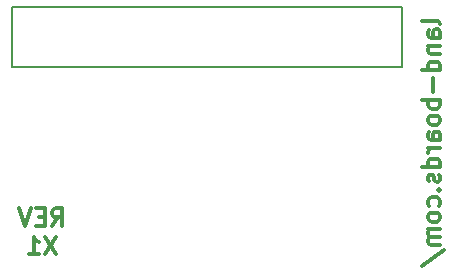
<source format=gbo>
G04 #@! TF.FileFunction,Legend,Bot*
%FSLAX46Y46*%
G04 Gerber Fmt 4.6, Leading zero omitted, Abs format (unit mm)*
G04 Created by KiCad (PCBNEW (after 2015-mar-04 BZR unknown)-product) date 6/20/2015 5:15:52 PM*
%MOMM*%
G01*
G04 APERTURE LIST*
%ADD10C,0.150000*%
%ADD11C,0.200000*%
%ADD12C,0.300000*%
G04 APERTURE END LIST*
D10*
D11*
X45720000Y-35560000D02*
X45720000Y-30480000D01*
X78740000Y-35560000D02*
X45720000Y-35560000D01*
X78740000Y-30480000D02*
X78740000Y-35560000D01*
X45720000Y-30480000D02*
X78740000Y-30480000D01*
D12*
X49117142Y-49008571D02*
X49617142Y-48294286D01*
X49974285Y-49008571D02*
X49974285Y-47508571D01*
X49402857Y-47508571D01*
X49259999Y-47580000D01*
X49188571Y-47651429D01*
X49117142Y-47794286D01*
X49117142Y-48008571D01*
X49188571Y-48151429D01*
X49259999Y-48222857D01*
X49402857Y-48294286D01*
X49974285Y-48294286D01*
X48474285Y-48222857D02*
X47974285Y-48222857D01*
X47759999Y-49008571D02*
X48474285Y-49008571D01*
X48474285Y-47508571D01*
X47759999Y-47508571D01*
X47331428Y-47508571D02*
X46831428Y-49008571D01*
X46331428Y-47508571D01*
X49474285Y-49908571D02*
X48474285Y-51408571D01*
X48474285Y-49908571D02*
X49474285Y-51408571D01*
X47117143Y-51408571D02*
X47974286Y-51408571D01*
X47545714Y-51408571D02*
X47545714Y-49908571D01*
X47688571Y-50122857D01*
X47831429Y-50265714D01*
X47974286Y-50337143D01*
X81958571Y-31874286D02*
X81887143Y-31731428D01*
X81744286Y-31660000D01*
X80458571Y-31660000D01*
X81958571Y-33088571D02*
X81172857Y-33088571D01*
X81030000Y-33017142D01*
X80958571Y-32874285D01*
X80958571Y-32588571D01*
X81030000Y-32445714D01*
X81887143Y-33088571D02*
X81958571Y-32945714D01*
X81958571Y-32588571D01*
X81887143Y-32445714D01*
X81744286Y-32374285D01*
X81601429Y-32374285D01*
X81458571Y-32445714D01*
X81387143Y-32588571D01*
X81387143Y-32945714D01*
X81315714Y-33088571D01*
X80958571Y-33802857D02*
X81958571Y-33802857D01*
X81101429Y-33802857D02*
X81030000Y-33874285D01*
X80958571Y-34017143D01*
X80958571Y-34231428D01*
X81030000Y-34374285D01*
X81172857Y-34445714D01*
X81958571Y-34445714D01*
X81958571Y-35802857D02*
X80458571Y-35802857D01*
X81887143Y-35802857D02*
X81958571Y-35660000D01*
X81958571Y-35374286D01*
X81887143Y-35231428D01*
X81815714Y-35160000D01*
X81672857Y-35088571D01*
X81244286Y-35088571D01*
X81101429Y-35160000D01*
X81030000Y-35231428D01*
X80958571Y-35374286D01*
X80958571Y-35660000D01*
X81030000Y-35802857D01*
X81387143Y-36517143D02*
X81387143Y-37660000D01*
X81958571Y-38374286D02*
X80458571Y-38374286D01*
X81030000Y-38374286D02*
X80958571Y-38517143D01*
X80958571Y-38802857D01*
X81030000Y-38945714D01*
X81101429Y-39017143D01*
X81244286Y-39088572D01*
X81672857Y-39088572D01*
X81815714Y-39017143D01*
X81887143Y-38945714D01*
X81958571Y-38802857D01*
X81958571Y-38517143D01*
X81887143Y-38374286D01*
X81958571Y-39945715D02*
X81887143Y-39802857D01*
X81815714Y-39731429D01*
X81672857Y-39660000D01*
X81244286Y-39660000D01*
X81101429Y-39731429D01*
X81030000Y-39802857D01*
X80958571Y-39945715D01*
X80958571Y-40160000D01*
X81030000Y-40302857D01*
X81101429Y-40374286D01*
X81244286Y-40445715D01*
X81672857Y-40445715D01*
X81815714Y-40374286D01*
X81887143Y-40302857D01*
X81958571Y-40160000D01*
X81958571Y-39945715D01*
X81958571Y-41731429D02*
X81172857Y-41731429D01*
X81030000Y-41660000D01*
X80958571Y-41517143D01*
X80958571Y-41231429D01*
X81030000Y-41088572D01*
X81887143Y-41731429D02*
X81958571Y-41588572D01*
X81958571Y-41231429D01*
X81887143Y-41088572D01*
X81744286Y-41017143D01*
X81601429Y-41017143D01*
X81458571Y-41088572D01*
X81387143Y-41231429D01*
X81387143Y-41588572D01*
X81315714Y-41731429D01*
X81958571Y-42445715D02*
X80958571Y-42445715D01*
X81244286Y-42445715D02*
X81101429Y-42517143D01*
X81030000Y-42588572D01*
X80958571Y-42731429D01*
X80958571Y-42874286D01*
X81958571Y-44017143D02*
X80458571Y-44017143D01*
X81887143Y-44017143D02*
X81958571Y-43874286D01*
X81958571Y-43588572D01*
X81887143Y-43445714D01*
X81815714Y-43374286D01*
X81672857Y-43302857D01*
X81244286Y-43302857D01*
X81101429Y-43374286D01*
X81030000Y-43445714D01*
X80958571Y-43588572D01*
X80958571Y-43874286D01*
X81030000Y-44017143D01*
X81887143Y-44660000D02*
X81958571Y-44802857D01*
X81958571Y-45088572D01*
X81887143Y-45231429D01*
X81744286Y-45302857D01*
X81672857Y-45302857D01*
X81530000Y-45231429D01*
X81458571Y-45088572D01*
X81458571Y-44874286D01*
X81387143Y-44731429D01*
X81244286Y-44660000D01*
X81172857Y-44660000D01*
X81030000Y-44731429D01*
X80958571Y-44874286D01*
X80958571Y-45088572D01*
X81030000Y-45231429D01*
X81815714Y-45945715D02*
X81887143Y-46017143D01*
X81958571Y-45945715D01*
X81887143Y-45874286D01*
X81815714Y-45945715D01*
X81958571Y-45945715D01*
X81887143Y-47302858D02*
X81958571Y-47160001D01*
X81958571Y-46874287D01*
X81887143Y-46731429D01*
X81815714Y-46660001D01*
X81672857Y-46588572D01*
X81244286Y-46588572D01*
X81101429Y-46660001D01*
X81030000Y-46731429D01*
X80958571Y-46874287D01*
X80958571Y-47160001D01*
X81030000Y-47302858D01*
X81958571Y-48160001D02*
X81887143Y-48017143D01*
X81815714Y-47945715D01*
X81672857Y-47874286D01*
X81244286Y-47874286D01*
X81101429Y-47945715D01*
X81030000Y-48017143D01*
X80958571Y-48160001D01*
X80958571Y-48374286D01*
X81030000Y-48517143D01*
X81101429Y-48588572D01*
X81244286Y-48660001D01*
X81672857Y-48660001D01*
X81815714Y-48588572D01*
X81887143Y-48517143D01*
X81958571Y-48374286D01*
X81958571Y-48160001D01*
X81958571Y-49302858D02*
X80958571Y-49302858D01*
X81101429Y-49302858D02*
X81030000Y-49374286D01*
X80958571Y-49517144D01*
X80958571Y-49731429D01*
X81030000Y-49874286D01*
X81172857Y-49945715D01*
X81958571Y-49945715D01*
X81172857Y-49945715D02*
X81030000Y-50017144D01*
X80958571Y-50160001D01*
X80958571Y-50374286D01*
X81030000Y-50517144D01*
X81172857Y-50588572D01*
X81958571Y-50588572D01*
X80387143Y-52374286D02*
X82315714Y-51088572D01*
M02*

</source>
